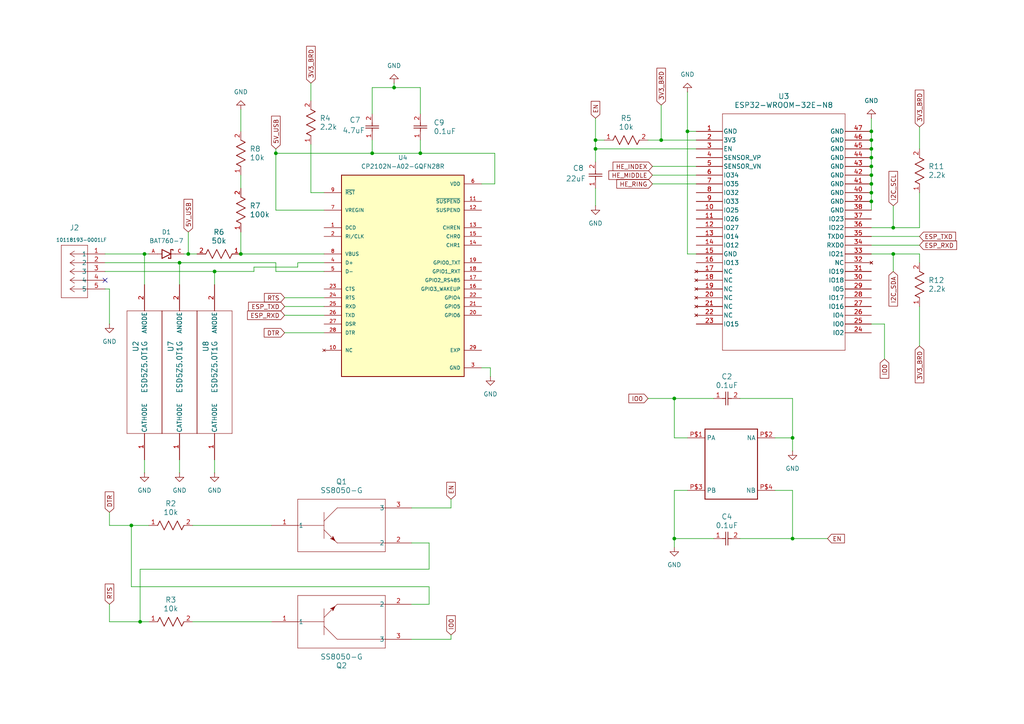
<source format=kicad_sch>
(kicad_sch (version 20231120) (generator "eeschema") (generator_version "8.0")
  (paper "A4")
  (title_block (title "ESP32_Setup") (date "2024-05-16") (rev "1") (company "York College of Pennsylvania"))
  (lib_symbols
    (symbol "Symbol_Library:0402Cap" (pin_names (offset 0.254))
      (property "Reference" "C" (at 3.81 3.81 0))
      (property "Value" "GRM155R71C104KA88J" (at 3.81 -3.81 0))
      (symbol "0402Cap_1_1"
        (polyline (pts (xy 2.54 0) (xy 3.4798 0)) (stroke (width 0.2032)))
        (polyline (pts (xy 3.4798 -1.905) (xy 3.4798 1.905)) (stroke (width 0.2032)))
        (polyline (pts (xy 4.1148 -1.905) (xy 4.1148 1.905)) (stroke (width 0.2032)))
        (polyline (pts (xy 4.1148 0) (xy 5.08 0)) (stroke (width 0.2032)))
        (pin unspecified line (at 0 0 0) (length 2.54) (name "") (number "1"))
        (pin unspecified line (at 7.62 0 180) (length 2.54) (name "") (number "2"))
      )
      (symbol "0402Cap_1_2"
        (polyline (pts (xy -1.905 -4.1148) (xy 1.905 -4.1148)) (stroke (width 0.2032)))
        (polyline (pts (xy -1.905 -3.4798) (xy 1.905 -3.4798)) (stroke (width 0.2032)))
        (polyline (pts (xy 0 -4.1148) (xy 0 -5.08)) (stroke (width 0.2032)))
        (polyline (pts (xy 0 -2.54) (xy 0 -3.4798)) (stroke (width 0.2032)))
        (pin unspecified line (at 0 0 270) (length 2.54) (name "") (number "1"))
        (pin unspecified line (at 0 -7.62 90) (length 2.54) (name "") (number "2"))
      )
    )
    (symbol "Symbol_Library:0603Cap" (pin_names (offset 0.254))
      (property "Reference" "C" (at 3.81 3.81 0))
      (property "Value" "0603Cap" (at 3.81 -3.81 0))
      (symbol "0603Cap_1_1"
        (polyline (pts (xy 2.54 0) (xy 3.4798 0)) (stroke (width 0.2032)))
        (polyline (pts (xy 3.4798 -1.905) (xy 3.4798 1.905)) (stroke (width 0.2032)))
        (polyline (pts (xy 4.1148 -1.905) (xy 4.1148 1.905)) (stroke (width 0.2032)))
        (polyline (pts (xy 4.1148 0) (xy 5.08 0)) (stroke (width 0.2032)))
        (pin unspecified line (at 0 0 0) (length 2.54) (name "") (number "1"))
        (pin unspecified line (at 7.62 0 180) (length 2.54) (name "") (number "2"))
      )
      (symbol "0603Cap_1_2"
        (polyline (pts (xy -1.905 -4.1148) (xy 1.905 -4.1148)) (stroke (width 0.2032)))
        (polyline (pts (xy -1.905 -3.4798) (xy 1.905 -3.4798)) (stroke (width 0.2032)))
        (polyline (pts (xy 0 -4.1148) (xy 0 -5.08)) (stroke (width 0.2032)))
        (polyline (pts (xy 0 -2.54) (xy 0 -3.4798)) (stroke (width 0.2032)))
        (pin unspecified line (at 0 0 270) (length 2.54) (name "") (number "1"))
        (pin unspecified line (at 0 -7.62 90) (length 2.54) (name "") (number "2"))
      )
    )
    (symbol "Symbol_Library:10118193-0001LF" (pin_names (offset 0.254))
      (property "Reference" "J" (at 8.89 6.35 0))
      (property "Value" "10118193-0001LF" (at 0.254 -18.796 0))
      (symbol "10118193-0001LF_1_1"
        (polyline (pts (xy 5.08 -12.7) (xy 12.7 -12.7)) (stroke (width 0.127)))
        (polyline (pts (xy 5.08 2.54) (xy 5.08 -12.7)) (stroke (width 0.127)))
        (polyline (pts (xy 10.16 -10.16) (xy 5.08 -10.16)) (stroke (width 0.127)))
        (polyline (pts (xy 10.16 -10.16) (xy 8.89 -11.0067)) (stroke (width 0.127)))
        (polyline (pts (xy 10.16 -10.16) (xy 8.89 -9.3133)) (stroke (width 0.127)))
        (polyline (pts (xy 10.16 -7.62) (xy 5.08 -7.62)) (stroke (width 0.127)))
        (polyline (pts (xy 10.16 -7.62) (xy 8.89 -8.4667)) (stroke (width 0.127)))
        (polyline (pts (xy 10.16 -7.62) (xy 8.89 -6.7733)) (stroke (width 0.127)))
        (polyline (pts (xy 10.16 -5.08) (xy 5.08 -5.08)) (stroke (width 0.127)))
        (polyline (pts (xy 10.16 -5.08) (xy 8.89 -5.9267)) (stroke (width 0.127)))
        (polyline (pts (xy 10.16 -5.08) (xy 8.89 -4.2333)) (stroke (width 0.127)))
        (polyline (pts (xy 10.16 -2.54) (xy 5.08 -2.54)) (stroke (width 0.127)))
        (polyline (pts (xy 10.16 -2.54) (xy 8.89 -3.3867)) (stroke (width 0.127)))
        (polyline (pts (xy 10.16 -2.54) (xy 8.89 -1.6933)) (stroke (width 0.127)))
        (polyline (pts (xy 10.16 0) (xy 5.08 0)) (stroke (width 0.127)))
        (polyline (pts (xy 10.16 0) (xy 8.89 -0.8467)) (stroke (width 0.127)))
        (polyline (pts (xy 10.16 0) (xy 8.89 0.8467)) (stroke (width 0.127)))
        (polyline (pts (xy 12.7 -12.7) (xy 12.7 2.54)) (stroke (width 0.127)))
        (polyline (pts (xy 12.7 2.54) (xy 5.08 2.54)) (stroke (width 0.127)))
        (pin unspecified line (at 0 0 0) (length 5.08) (name "1") (number "1"))
        (pin unspecified line (at 0 -2.54 0) (length 5.08) (name "2") (number "2"))
        (pin unspecified line (at 0 -5.08 0) (length 5.08) (name "3") (number "3"))
        (pin unspecified line (at 0 -7.62 0) (length 5.08) (name "4") (number "4"))
        (pin unspecified line (at 0 -10.16 0) (length 5.08) (name "5") (number "5"))
      )
      (symbol "10118193-0001LF_1_2"
        (polyline (pts (xy 5.08 -12.7) (xy 12.7 -12.7)) (stroke (width 0.127)))
        (polyline (pts (xy 5.08 2.54) (xy 5.08 -12.7)) (stroke (width 0.127)))
        (polyline (pts (xy 7.62 -10.16) (xy 5.08 -10.16)) (stroke (width 0.127)))
        (polyline (pts (xy 7.62 -10.16) (xy 8.89 -11.0067)) (stroke (width 0.127)))
        (polyline (pts (xy 7.62 -10.16) (xy 8.89 -9.3133)) (stroke (width 0.127)))
        (polyline (pts (xy 7.62 -7.62) (xy 5.08 -7.62)) (stroke (width 0.127)))
        (polyline (pts (xy 7.62 -7.62) (xy 8.89 -8.4667)) (stroke (width 0.127)))
        (polyline (pts (xy 7.62 -7.62) (xy 8.89 -6.7733)) (stroke (width 0.127)))
        (polyline (pts (xy 7.62 -5.08) (xy 5.08 -5.08)) (stroke (width 0.127)))
        (polyline (pts (xy 7.62 -5.08) (xy 8.89 -5.9267)) (stroke (width 0.127)))
        (polyline (pts (xy 7.62 -5.08) (xy 8.89 -4.2333)) (stroke (width 0.127)))
        (polyline (pts (xy 7.62 -2.54) (xy 5.08 -2.54)) (stroke (width 0.127)))
        (polyline (pts (xy 7.62 -2.54) (xy 8.89 -3.3867)) (stroke (width 0.127)))
        (polyline (pts (xy 7.62 -2.54) (xy 8.89 -1.6933)) (stroke (width 0.127)))
        (polyline (pts (xy 7.62 0) (xy 5.08 0)) (stroke (width 0.127)))
        (polyline (pts (xy 7.62 0) (xy 8.89 -0.8467)) (stroke (width 0.127)))
        (polyline (pts (xy 7.62 0) (xy 8.89 0.8467)) (stroke (width 0.127)))
        (polyline (pts (xy 12.7 -12.7) (xy 12.7 2.54)) (stroke (width 0.127)))
        (polyline (pts (xy 12.7 2.54) (xy 5.08 2.54)) (stroke (width 0.127)))
        (pin unspecified line (at 0 0 0) (length 5.08) (name "1") (number "1"))
        (pin unspecified line (at 0 -2.54 0) (length 5.08) (name "2") (number "2"))
        (pin unspecified line (at 0 -5.08 0) (length 5.08) (name "3") (number "3"))
        (pin unspecified line (at 0 -7.62 0) (length 5.08) (name "4") (number "4"))
        (pin unspecified line (at 0 -10.16 0) (length 5.08) (name "5") (number "5"))
      )
    )
    (symbol "Symbol_Library:219-2LPST"
      (symbol "219-2LPST_1_0"
        (polyline (pts (xy -7.62 -10.16) (xy -7.62 10.16)) (stroke (width 0.254)))
        (polyline (pts (xy -7.62 10.16) (xy 7.62 10.16)) (stroke (width 0.254)))
        (polyline (pts (xy 7.62 -10.16) (xy -7.62 -10.16)) (stroke (width 0.254)))
        (polyline (pts (xy 7.62 10.16) (xy 7.62 -10.16)) (stroke (width 0.254)))
        (pin bidirectional line (at -12.7 7.62 0) (length 5.08) (name "PA") (number "P$1"))
        (pin bidirectional line (at 12.7 7.62 180) (length 5.08) (name "NA") (number "P$2"))
        (pin bidirectional line (at -12.7 -7.62 0) (length 5.08) (name "PB") (number "P$3"))
        (pin bidirectional line (at 12.7 -7.62 180) (length 5.08) (name "NB") (number "P$4"))
      )
    )
    (symbol "Symbol_Library:BAT760-7" (pin_names (offset 1.016))
      (property "Reference" "D" (at -5.08 2.54 0))
      (property "Value" "BAT760-7" (at -5.08 -3.81 0))
      (symbol "BAT760-7_0_0"
        (polyline (pts (xy -2.54 0) (xy -1.27 0)) (stroke (width 0.1524)))
        (polyline (pts (xy -1.27 -1.27) (xy 1.27 0)) (stroke (width 0.254)))
        (polyline (pts (xy -1.27 0) (xy -1.27 -1.27)) (stroke (width 0.254)))
        (polyline (pts (xy -1.27 1.27) (xy -1.27 0)) (stroke (width 0.254)))
        (polyline (pts (xy 0.635 -1.016) (xy 0.635 -1.27)) (stroke (width 0.254)))
        (polyline (pts (xy 1.27 -1.27) (xy 0.635 -1.27)) (stroke (width 0.254)))
        (polyline (pts (xy 1.27 0) (xy -1.27 1.27)) (stroke (width 0.254)))
        (polyline (pts (xy 1.27 0) (xy 1.27 -1.27)) (stroke (width 0.254)))
        (polyline (pts (xy 1.27 1.27) (xy 1.27 0)) (stroke (width 0.254)))
        (polyline (pts (xy 1.905 1.27) (xy 1.27 1.27)) (stroke (width 0.254)))
        (polyline (pts (xy 1.905 1.27) (xy 1.905 1.016)) (stroke (width 0.254)))
        (polyline (pts (xy 2.54 0) (xy 1.27 0)) (stroke (width 0.1524)))
        (pin passive line (at -5.08 0 0) (length 2.54) (name "~") (number "A"))
        (pin passive line (at 5.08 0 180) (length 2.54) (name "~") (number "C"))
      )
    )
    (symbol "Symbol_Library:CP2102N-A02-GQFN28R" (pin_names (offset 1.016))
      (property "Reference" "U" (at -17.78 28.702 0))
      (property "Value" "CP2102N-A02-GQFN28R" (at -17.78 -33.02 0))
      (symbol "CP2102N-A02-GQFN28R_0_0"
        (rectangle (start -17.78 -30.48) (end 17.78 27.94) (stroke (width 0.254)) (fill (type background)))
        (pin input line (at -22.86 12.7 0) (length 5.08) (name "DCD") (number "1"))
        (pin no_connect line (at -22.86 -22.86 0) (length 5.08) (name "NC") (number "10"))
        (pin output line (at 22.86 20.32 180) (length 5.08) (name "~{SUSPEND}") (number "11"))
        (pin output line (at 22.86 17.78 180) (length 5.08) (name "SUSPEND") (number "12"))
        (pin output line (at 22.86 12.7 180) (length 5.08) (name "CHREN") (number "13"))
        (pin output line (at 22.86 7.62 180) (length 5.08) (name "CHR1") (number "14"))
        (pin output line (at 22.86 10.16 180) (length 5.08) (name "CHR0") (number "15"))
        (pin bidirectional line (at 22.86 -5.08 180) (length 5.08) (name "GPIO3_WAKEUP") (number "16"))
        (pin bidirectional line (at 22.86 -2.54 180) (length 5.08) (name "GPIO2_RS485") (number "17"))
        (pin bidirectional line (at 22.86 0 180) (length 5.08) (name "GPIO1_RXT") (number "18"))
        (pin bidirectional line (at 22.86 2.54 180) (length 5.08) (name "GPIO0_TXT") (number "19"))
        (pin bidirectional line (at -22.86 10.16 0) (length 5.08) (name "RI/CLK") (number "2"))
        (pin bidirectional line (at 22.86 -12.7 180) (length 5.08) (name "GPIO6") (number "20"))
        (pin bidirectional line (at 22.86 -10.16 180) (length 5.08) (name "GPIO5") (number "21"))
        (pin bidirectional line (at 22.86 -7.62 180) (length 5.08) (name "GPIO4") (number "22"))
        (pin input line (at -22.86 -5.08 0) (length 5.08) (name "CTS") (number "23"))
        (pin output line (at -22.86 -7.62 0) (length 5.08) (name "RTS") (number "24"))
        (pin input line (at -22.86 -10.16 0) (length 5.08) (name "RXD") (number "25"))
        (pin output line (at -22.86 -12.7 0) (length 5.08) (name "TXD") (number "26"))
        (pin input line (at -22.86 -15.24 0) (length 5.08) (name "DSR") (number "27"))
        (pin output line (at -22.86 -17.78 0) (length 5.08) (name "DTR") (number "28"))
        (pin power_in line (at 22.86 -22.86 180) (length 5.08) (name "EXP") (number "29"))
        (pin power_in line (at 22.86 -27.94 180) (length 5.08) (name "GND") (number "3"))
        (pin bidirectional line (at -22.86 2.54 0) (length 5.08) (name "D+") (number "4"))
        (pin bidirectional line (at -22.86 0 0) (length 5.08) (name "D-") (number "5"))
        (pin power_in line (at 22.86 25.4 180) (length 5.08) (name "VDD") (number "6"))
        (pin input line (at -22.86 17.78 0) (length 5.08) (name "VREGIN") (number "7"))
        (pin input line (at -22.86 5.08 0) (length 5.08) (name "VBUS") (number "8"))
        (pin input line (at -22.86 22.86 0) (length 5.08) (name "~{RST}") (number "9"))
      )
    )
    (symbol "Symbol_Library:ESD5Z5.0T1G" (pin_names (offset 0.254))
      (property "Reference" "U" (at 25.4 10.16 0))
      (property "Value" "ESD5Z5.0T1G" (at 25.4 7.62 0))
      (symbol "ESD5Z5.0T1G_0_1"
        (polyline (pts (xy 7.62 -5.08) (xy 43.18 -5.08)) (stroke (width 0.127)))
        (polyline (pts (xy 7.62 5.08) (xy 7.62 -5.08)) (stroke (width 0.127)))
        (polyline (pts (xy 43.18 -5.08) (xy 43.18 5.08)) (stroke (width 0.127)))
        (polyline (pts (xy 43.18 5.08) (xy 7.62 5.08)) (stroke (width 0.127)))
        (pin unspecified line (at 0 0 0) (length 7.62) (name "CATHODE") (number "1"))
        (pin unspecified line (at 50.8 0 180) (length 7.62) (name "ANODE") (number "2"))
      )
    )
    (symbol "Symbol_Library:ESP32-WROOM-32E-N8" (pin_names (offset 0.254))
      (property "Reference" "U" (at 25.4 10.16 0))
      (property "Value" "ESP32-WROOM-32E-N8" (at 25.4 7.62 0))
      (symbol "ESP32-WROOM-32E-N8_0_1"
        (polyline (pts (xy 7.62 -63.5) (xy 43.18 -63.5)) (stroke (width 0.127)))
        (polyline (pts (xy 7.62 5.08) (xy 7.62 -63.5)) (stroke (width 0.127)))
        (polyline (pts (xy 43.18 -63.5) (xy 43.18 5.08)) (stroke (width 0.127)))
        (polyline (pts (xy 43.18 5.08) (xy 7.62 5.08)) (stroke (width 0.127)))
        (pin power_out line (at 0 0 0) (length 7.62) (name "GND") (number "1"))
        (pin bidirectional line (at 0 -22.86 0) (length 7.62) (name "IO25") (number "10"))
        (pin bidirectional line (at 0 -25.4 0) (length 7.62) (name "IO26") (number "11"))
        (pin bidirectional line (at 0 -27.94 0) (length 7.62) (name "IO27") (number "12"))
        (pin bidirectional line (at 0 -30.48 0) (length 7.62) (name "IO14") (number "13"))
        (pin bidirectional line (at 0 -33.02 0) (length 7.62) (name "IO12") (number "14"))
        (pin power_out line (at 0 -35.56 0) (length 7.62) (name "GND") (number "15"))
        (pin bidirectional line (at 0 -38.1 0) (length 7.62) (name "IO13") (number "16"))
        (pin no_connect line (at 0 -40.64 0) (length 7.62) (name "NC") (number "17"))
        (pin no_connect line (at 0 -43.18 0) (length 7.62) (name "NC") (number "18"))
        (pin no_connect line (at 0 -45.72 0) (length 7.62) (name "NC") (number "19"))
        (pin power_in line (at 0 -2.54 0) (length 7.62) (name "3V3") (number "2"))
        (pin no_connect line (at 0 -48.26 0) (length 7.62) (name "NC") (number "20"))
        (pin no_connect line (at 0 -50.8 0) (length 7.62) (name "NC") (number "21"))
        (pin no_connect line (at 0 -53.34 0) (length 7.62) (name "NC") (number "22"))
        (pin bidirectional line (at 0 -55.88 0) (length 7.62) (name "IO15") (number "23"))
        (pin bidirectional line (at 50.8 -58.42 180) (length 7.62) (name "IO2") (number "24"))
        (pin bidirectional line (at 50.8 -55.88 180) (length 7.62) (name "IO0") (number "25"))
        (pin bidirectional line (at 50.8 -53.34 180) (length 7.62) (name "IO4") (number "26"))
        (pin bidirectional line (at 50.8 -50.8 180) (length 7.62) (name "IO16") (number "27"))
        (pin bidirectional line (at 50.8 -48.26 180) (length 7.62) (name "IO17") (number "28"))
        (pin bidirectional line (at 50.8 -45.72 180) (length 7.62) (name "IO5") (number "29"))
        (pin input line (at 0 -5.08 0) (length 7.62) (name "EN") (number "3"))
        (pin bidirectional line (at 50.8 -43.18 180) (length 7.62) (name "IO18") (number "30"))
        (pin bidirectional line (at 50.8 -40.64 180) (length 7.62) (name "IO19") (number "31"))
        (pin no_connect line (at 50.8 -38.1 180) (length 7.62) (name "NC") (number "32"))
        (pin bidirectional line (at 50.8 -35.56 180) (length 7.62) (name "IO21") (number "33"))
        (pin bidirectional line (at 50.8 -33.02 180) (length 7.62) (name "RXD0") (number "34"))
        (pin bidirectional line (at 50.8 -30.48 180) (length 7.62) (name "TXD0") (number "35"))
        (pin bidirectional line (at 50.8 -27.94 180) (length 7.62) (name "IO22") (number "36"))
        (pin bidirectional line (at 50.8 -25.4 180) (length 7.62) (name "IO23") (number "37"))
        (pin power_out line (at 50.8 -22.86 180) (length 7.62) (name "GND") (number "38"))
        (pin power_out line (at 50.8 -20.32 180) (length 7.62) (name "GND") (number "39"))
        (pin input line (at 0 -7.62 0) (length 7.62) (name "SENSOR_VP") (number "4"))
        (pin power_out line (at 50.8 -17.78 180) (length 7.62) (name "GND") (number "40"))
        (pin power_out line (at 50.8 -15.24 180) (length 7.62) (name "GND") (number "41"))
        (pin power_out line (at 50.8 -12.7 180) (length 7.62) (name "GND") (number "42"))
        (pin power_out line (at 50.8 -10.16 180) (length 7.62) (name "GND") (number "43"))
        (pin power_out line (at 50.8 -7.62 180) (length 7.62) (name "GND") (number "44"))
        (pin power_out line (at 50.8 -5.08 180) (length 7.62) (name "GND") (number "45"))
        (pin power_out line (at 50.8 -2.54 180) (length 7.62) (name "GND") (number "46"))
        (pin power_out line (at 50.8 0 180) (length 7.62) (name "GND") (number "47"))
        (pin input line (at 0 -10.16 0) (length 7.62) (name "SENSOR_VN") (number "5"))
        (pin input line (at 0 -12.7 0) (length 7.62) (name "IO34") (number "6"))
        (pin input line (at 0 -15.24 0) (length 7.62) (name "IO35") (number "7"))
        (pin bidirectional line (at 0 -17.78 0) (length 7.62) (name "IO32") (number "8"))
        (pin bidirectional line (at 0 -20.32 0) (length 7.62) (name "IO33") (number "9"))
      )
    )
    (symbol "Symbol_Library:RC0402JR-0710KL" (pin_names (offset 0.254))
      (property "Reference" "R" (at 5.715 3.81 0))
      (property "Value" "RC0402JR-0710KL" (at 6.35 -3.81 0))
      (symbol "RC0402JR-0710KL_1_1"
        (polyline (pts (xy 2.54 0) (xy 3.175 1.27)) (stroke (width 0.2032)))
        (polyline (pts (xy 3.175 1.27) (xy 4.445 -1.27)) (stroke (width 0.2032)))
        (polyline (pts (xy 4.445 -1.27) (xy 5.715 1.27)) (stroke (width 0.2032)))
        (polyline (pts (xy 5.715 1.27) (xy 6.985 -1.27)) (stroke (width 0.2032)))
        (polyline (pts (xy 6.985 -1.27) (xy 8.255 1.27)) (stroke (width 0.2032)))
        (polyline (pts (xy 8.255 1.27) (xy 9.525 -1.27)) (stroke (width 0.2032)))
        (polyline (pts (xy 9.525 -1.27) (xy 10.16 0)) (stroke (width 0.2032)))
        (pin unspecified line (at 12.7 0 180) (length 2.54) (name "") (number "1"))
        (pin unspecified line (at 0 0 0) (length 2.54) (name "") (number "2"))
      )
      (symbol "RC0402JR-0710KL_1_2"
        (polyline (pts (xy -1.27 3.175) (xy 1.27 4.445)) (stroke (width 0.2032)))
        (polyline (pts (xy -1.27 5.715) (xy 1.27 6.985)) (stroke (width 0.2032)))
        (polyline (pts (xy -1.27 8.255) (xy 1.27 9.525)) (stroke (width 0.2032)))
        (polyline (pts (xy 0 2.54) (xy -1.27 3.175)) (stroke (width 0.2032)))
        (polyline (pts (xy 1.27 4.445) (xy -1.27 5.715)) (stroke (width 0.2032)))
        (polyline (pts (xy 1.27 6.985) (xy -1.27 8.255)) (stroke (width 0.2032)))
        (polyline (pts (xy 1.27 9.525) (xy 0 10.16)) (stroke (width 0.2032)))
        (pin unspecified line (at 0 12.7 270) (length 2.54) (name "") (number "1"))
        (pin unspecified line (at 0 0 90) (length 2.54) (name "") (number "2"))
      )
    )
    (symbol "Symbol_Library:SS8050-G" (pin_names (offset 0.254))
      (property "Reference" "Q" (at 20.32 12.7 0))
      (property "Value" "SS8050-G" (at 20.32 10.16 0))
      (symbol "SS8050-G_0_1"
        (polyline (pts (xy 7.62 -7.62) (xy 33.02 -7.62)) (stroke (width 0.127)))
        (polyline (pts (xy 7.62 0) (xy 15.24 0)) (stroke (width 0.127)))
        (polyline (pts (xy 7.62 7.62) (xy 7.62 -7.62)) (stroke (width 0.127)))
        (polyline (pts (xy 15.24 -1.27) (xy 17.78 -3.81)) (stroke (width 0.127)))
        (polyline (pts (xy 15.24 1.27) (xy 19.05 5.08)) (stroke (width 0.127)))
        (polyline (pts (xy 15.24 3.81) (xy 15.24 -3.81)) (stroke (width 0.127)))
        (polyline (pts (xy 17.145 -3.81) (xy 18.415 -4.445)) (stroke (width 0.127)))
        (polyline (pts (xy 17.78 -3.81) (xy 17.145 -3.81)) (stroke (width 0.127)))
        (polyline (pts (xy 17.78 -3.175) (xy 17.78 -3.81)) (stroke (width 0.127)))
        (polyline (pts (xy 18.415 -4.445) (xy 17.78 -3.175)) (stroke (width 0.127)))
        (polyline (pts (xy 18.415 -4.445) (xy 19.05 -5.08)) (stroke (width 0.127)))
        (polyline (pts (xy 19.05 -5.08) (xy 33.02 -5.08)) (stroke (width 0.127)))
        (polyline (pts (xy 19.05 5.08) (xy 33.02 5.08)) (stroke (width 0.127)))
        (polyline (pts (xy 33.02 -7.62) (xy 33.02 7.62)) (stroke (width 0.127)))
        (polyline (pts (xy 33.02 7.62) (xy 7.62 7.62)) (stroke (width 0.127)))
        (polyline (pts (xy 17.145 -3.81) (xy 17.78 -3.81) (xy 17.78 -3.175) (xy 18.415 -4.445)) (fill (type outline)))
        (pin unspecified line (at 0 0 0) (length 7.62) (name "1") (number "1"))
        (pin unspecified line (at 40.64 -5.08 180) (length 7.62) (name "2") (number "2"))
        (pin unspecified line (at 40.64 5.08 180) (length 7.62) (name "3") (number "3"))
      )
    )
    (symbol "power:GND" (power) (pin_numbers hide) (pin_names (offset 0) hide)
      (property "Value" "GND" (at 0 -3.81 0))
      (symbol "GND_0_1"
        (polyline (pts (xy 0 0) (xy 0 -1.27) (xy 1.27 -1.27) (xy 0 -2.54) (xy -1.27 -1.27) (xy 0 -1.27)))
      )
      (symbol "GND_1_1"
        (pin power_in line (at 0 0 270) (length 0) (name "~") (number "1"))
      )
    )
  )
  (junction (at 38.1 152.4))
  (junction (at 252.73 55.88))
  (junction (at 191.77 40.64))
  (junction (at 252.73 53.34))
  (junction (at 229.87 127))
  (junction (at 107.95 44.45))
  (junction (at 252.73 58.42))
  (junction (at 69.85 73.66))
  (junction (at 199.39 38.1))
  (junction (at 195.58 115.57))
  (junction (at 41.91 73.66))
  (junction (at 80.01 44.45))
  (junction (at 54.61 73.66))
  (junction (at 252.73 45.72))
  (junction (at 121.92 44.45))
  (junction (at 252.73 38.1))
  (junction (at 62.23 78.74))
  (junction (at 52.07 76.2))
  (junction (at 252.73 40.64))
  (junction (at 259.08 66.04))
  (junction (at 252.73 48.26))
  (junction (at 259.08 73.66))
  (junction (at 114.3 25.4))
  (junction (at 252.73 50.8))
  (junction (at 40.64 180.34))
  (junction (at 172.72 40.64))
  (junction (at 229.87 156.21))
  (junction (at 252.73 43.18))
  (junction (at 195.58 156.21))
  (junction (at 172.72 43.18))
  (no_connect (at 30.48 81.28))
  (wire (pts (xy 187.96 40.64) (xy 191.77 40.64)))
  (wire (pts (xy 86.36 76.2) (xy 86.36 77.47)))
  (wire (pts (xy 252.73 58.42) (xy 252.73 60.96)))
  (wire (pts (xy 107.95 40.64) (xy 107.95 44.45)))
  (wire (pts (xy 80.01 76.2) (xy 80.01 78.74)))
  (wire (pts (xy 252.73 71.12) (xy 266.7 71.12)))
  (wire (pts (xy 62.23 78.74) (xy 30.48 78.74)))
  (wire (pts (xy 55.88 152.4) (xy 78.74 152.4)))
  (wire (pts (xy 93.98 60.96) (xy 80.01 60.96)))
  (wire (pts (xy 53.34 73.66) (xy 54.61 73.66)))
  (wire (pts (xy 139.7 106.68) (xy 142.24 106.68)))
  (wire (pts (xy 259.08 66.04) (xy 266.7 66.04)))
  (wire (pts (xy 62.23 78.74) (xy 62.23 82.55)))
  (wire (pts (xy 189.23 53.34) (xy 201.93 53.34)))
  (wire (pts (xy 119.38 147.32) (xy 130.81 147.32)))
  (wire (pts (xy 266.7 73.66) (xy 266.7 76.2)))
  (wire (pts (xy 130.81 144.78) (xy 130.81 147.32)))
  (wire (pts (xy 121.92 25.4) (xy 121.92 33.02)))
  (wire (pts (xy 54.61 67.31) (xy 54.61 73.66)))
  (wire (pts (xy 114.3 25.4) (xy 114.3 24.13)))
  (wire (pts (xy 252.73 38.1) (xy 252.73 40.64)))
  (wire (pts (xy 201.93 73.66) (xy 199.39 73.66)))
  (wire (pts (xy 187.96 115.57) (xy 195.58 115.57)))
  (wire (pts (xy 229.87 156.21) (xy 214.63 156.21)))
  (wire (pts (xy 119.38 175.26) (xy 124.46 175.26)))
  (wire (pts (xy 195.58 156.21) (xy 207.01 156.21)))
  (wire (pts (xy 40.64 165.1) (xy 40.64 180.34)))
  (wire (pts (xy 73.66 77.47) (xy 73.66 78.74)))
  (wire (pts (xy 252.73 73.66) (xy 259.08 73.66)))
  (wire (pts (xy 121.92 40.64) (xy 121.92 44.45)))
  (wire (pts (xy 38.1 170.18) (xy 38.1 152.4)))
  (wire (pts (xy 107.95 33.02) (xy 107.95 25.4)))
  (wire (pts (xy 31.75 148.59) (xy 31.75 152.4)))
  (wire (pts (xy 41.91 73.66) (xy 41.91 82.55)))
  (wire (pts (xy 143.51 53.34) (xy 139.7 53.34)))
  (wire (pts (xy 189.23 50.8) (xy 201.93 50.8)))
  (wire (pts (xy 90.17 55.88) (xy 93.98 55.88)))
  (wire (pts (xy 107.95 44.45) (xy 121.92 44.45)))
  (wire (pts (xy 142.24 106.68) (xy 142.24 109.22)))
  (wire (pts (xy 252.73 45.72) (xy 252.73 48.26)))
  (wire (pts (xy 195.58 127) (xy 199.39 127)))
  (wire (pts (xy 119.38 157.48) (xy 124.46 157.48)))
  (wire (pts (xy 90.17 24.13) (xy 90.17 29.21)))
  (wire (pts (xy 130.81 184.15) (xy 130.81 185.42)))
  (wire (pts (xy 266.7 36.83) (xy 266.7 43.18)))
  (wire (pts (xy 121.92 44.45) (xy 143.51 44.45)))
  (wire (pts (xy 55.88 180.34) (xy 78.74 180.34)))
  (wire (pts (xy 259.08 59.69) (xy 259.08 66.04)))
  (wire (pts (xy 31.75 180.34) (xy 40.64 180.34)))
  (wire (pts (xy 41.91 73.66) (xy 43.18 73.66)))
  (wire (pts (xy 266.7 88.9) (xy 266.7 100.33)))
  (wire (pts (xy 52.07 133.35) (xy 52.07 137.16)))
  (wire (pts (xy 30.48 73.66) (xy 41.91 73.66)))
  (wire (pts (xy 229.87 142.24) (xy 229.87 156.21)))
  (wire (pts (xy 52.07 76.2) (xy 52.07 82.55)))
  (wire (pts (xy 252.73 34.29) (xy 252.73 38.1)))
  (wire (pts (xy 172.72 40.64) (xy 172.72 43.18)))
  (wire (pts (xy 199.39 38.1) (xy 199.39 73.66)))
  (wire (pts (xy 119.38 185.42) (xy 130.81 185.42)))
  (wire (pts (xy 229.87 115.57) (xy 229.87 127)))
  (wire (pts (xy 252.73 93.98) (xy 256.54 93.98)))
  (wire (pts (xy 214.63 115.57) (xy 229.87 115.57)))
  (wire (pts (xy 252.73 55.88) (xy 252.73 58.42)))
  (wire (pts (xy 195.58 142.24) (xy 195.58 156.21)))
  (wire (pts (xy 191.77 40.64) (xy 201.93 40.64)))
  (wire (pts (xy 195.58 115.57) (xy 195.58 127)))
  (wire (pts (xy 229.87 127) (xy 229.87 130.81)))
  (wire (pts (xy 93.98 76.2) (xy 86.36 76.2)))
  (wire (pts (xy 252.73 43.18) (xy 252.73 45.72)))
  (wire (pts (xy 31.75 83.82) (xy 30.48 83.82)))
  (wire (pts (xy 256.54 93.98) (xy 256.54 104.14)))
  (wire (pts (xy 252.73 53.34) (xy 252.73 55.88)))
  (wire (pts (xy 31.75 152.4) (xy 38.1 152.4)))
  (wire (pts (xy 93.98 96.52) (xy 82.55 96.52)))
  (wire (pts (xy 252.73 50.8) (xy 252.73 53.34)))
  (wire (pts (xy 252.73 40.64) (xy 252.73 43.18)))
  (wire (pts (xy 31.75 175.26) (xy 31.75 180.34)))
  (wire (pts (xy 114.3 25.4) (xy 121.92 25.4)))
  (wire (pts (xy 40.64 180.34) (xy 43.18 180.34)))
  (wire (pts (xy 62.23 133.35) (xy 62.23 137.16)))
  (wire (pts (xy 191.77 30.48) (xy 191.77 40.64)))
  (wire (pts (xy 82.55 91.44) (xy 93.98 91.44)))
  (wire (pts (xy 69.85 50.8) (xy 69.85 54.61)))
  (wire (pts (xy 38.1 152.4) (xy 43.18 152.4)))
  (wire (pts (xy 252.73 68.58) (xy 266.7 68.58)))
  (wire (pts (xy 224.79 142.24) (xy 229.87 142.24)))
  (wire (pts (xy 69.85 31.75) (xy 69.85 38.1)))
  (wire (pts (xy 199.39 142.24) (xy 195.58 142.24)))
  (wire (pts (xy 86.36 77.47) (xy 73.66 77.47)))
  (wire (pts (xy 229.87 156.21) (xy 240.03 156.21)))
  (wire (pts (xy 124.46 175.26) (xy 124.46 170.18)))
  (wire (pts (xy 82.55 88.9) (xy 93.98 88.9)))
  (wire (pts (xy 199.39 26.67) (xy 199.39 38.1)))
  (wire (pts (xy 207.01 115.57) (xy 195.58 115.57)))
  (wire (pts (xy 54.61 73.66) (xy 57.15 73.66)))
  (wire (pts (xy 143.51 44.45) (xy 143.51 53.34)))
  (wire (pts (xy 69.85 67.31) (xy 69.85 73.66)))
  (wire (pts (xy 175.26 40.64) (xy 172.72 40.64)))
  (wire (pts (xy 252.73 66.04) (xy 259.08 66.04)))
  (wire (pts (xy 90.17 41.91) (xy 90.17 55.88)))
  (wire (pts (xy 259.08 73.66) (xy 259.08 78.74)))
  (wire (pts (xy 189.23 48.26) (xy 201.93 48.26)))
  (wire (pts (xy 172.72 54.61) (xy 172.72 59.69)))
  (wire (pts (xy 30.48 76.2) (xy 52.07 76.2)))
  (wire (pts (xy 172.72 43.18) (xy 172.72 46.99)))
  (wire (pts (xy 199.39 38.1) (xy 201.93 38.1)))
  (wire (pts (xy 124.46 157.48) (xy 124.46 165.1)))
  (wire (pts (xy 195.58 156.21) (xy 195.58 158.75)))
  (wire (pts (xy 124.46 170.18) (xy 38.1 170.18)))
  (wire (pts (xy 229.87 127) (xy 224.79 127)))
  (wire (pts (xy 259.08 73.66) (xy 266.7 73.66)))
  (wire (pts (xy 80.01 44.45) (xy 107.95 44.45)))
  (wire (pts (xy 31.75 83.82) (xy 31.75 93.98)))
  (wire (pts (xy 107.95 25.4) (xy 114.3 25.4)))
  (wire (pts (xy 69.85 73.66) (xy 93.98 73.66)))
  (wire (pts (xy 172.72 43.18) (xy 201.93 43.18)))
  (wire (pts (xy 252.73 48.26) (xy 252.73 50.8)))
  (wire (pts (xy 82.55 86.36) (xy 93.98 86.36)))
  (wire (pts (xy 80.01 44.45) (xy 80.01 43.18)))
  (wire (pts (xy 52.07 76.2) (xy 80.01 76.2)))
  (wire (pts (xy 80.01 78.74) (xy 93.98 78.74)))
  (wire (pts (xy 73.66 78.74) (xy 62.23 78.74)))
  (wire (pts (xy 266.7 55.88) (xy 266.7 66.04)))
  (wire (pts (xy 41.91 133.35) (xy 41.91 137.16)))
  (wire (pts (xy 124.46 165.1) (xy 40.64 165.1)))
  (wire (pts (xy 80.01 44.45) (xy 80.01 60.96)))
  (wire (pts (xy 172.72 34.29) (xy 172.72 40.64)))
  (global_label "I2C_SCL" (shape input) (at 259.08 59.69 90) (property "Intersheetrefs" "${INTERSHEET_REFS}" (effects (hide yes))))
  (global_label "ESP_TXD" (shape input) (at 82.55 88.9 180) (property "Intersheetrefs" "${INTERSHEET_REFS}" (effects (hide yes))))
  (global_label "5V_USB" (shape input) (at 80.01 43.18 90) (property "Intersheetrefs" "${INTERSHEET_REFS}" (effects (hide yes))))
  (global_label "ESP_TXD" (shape input) (at 266.7 68.58 0) (property "Intersheetrefs" "${INTERSHEET_REFS}" (effects (hide yes))))
  (global_label "ESP_RXD" (shape input) (at 266.7 71.12 0) (property "Intersheetrefs" "${INTERSHEET_REFS}" (effects (hide yes))))
  (global_label "DTR" (shape input) (at 31.75 148.59 90) (property "Intersheetrefs" "${INTERSHEET_REFS}" (effects (hide yes))))
  (global_label "RTS" (shape input) (at 31.75 175.26 90) (property "Intersheetrefs" "${INTERSHEET_REFS}" (effects (hide yes))))
  (global_label "EN" (shape input) (at 130.81 144.78 90) (property "Intersheetrefs" "${INTERSHEET_REFS}" (effects (hide yes))))
  (global_label "ESP_RXD" (shape input) (at 82.55 91.44 180) (property "Intersheetrefs" "${INTERSHEET_REFS}" (effects (hide yes))))
  (global_label "HE_INDEX" (shape input) (at 189.23 48.26 180) (property "Intersheetrefs" "${INTERSHEET_REFS}" (effects (hide yes))))
  (global_label "5V_USB" (shape input) (at 54.61 67.31 90) (property "Intersheetrefs" "${INTERSHEET_REFS}" (effects (hide yes))))
  (global_label "3V3_BRD" (shape input) (at 191.77 30.48 90) (property "Intersheetrefs" "${INTERSHEET_REFS}" (effects (hide yes))))
  (global_label "IO0" (shape input) (at 187.96 115.57 180) (property "Intersheetrefs" "${INTERSHEET_REFS}" (effects (hide yes))))
  (global_label "I2C_SDA" (shape input) (at 259.08 78.74 270) (property "Intersheetrefs" "${INTERSHEET_REFS}" (effects (hide yes))))
  (global_label "EN" (shape input) (at 240.03 156.21 0) (property "Intersheetrefs" "${INTERSHEET_REFS}" (effects (hide yes))))
  (global_label "IO0" (shape input) (at 130.81 184.15 90) (property "Intersheetrefs" "${INTERSHEET_REFS}" (effects (hide yes))))
  (global_label "3V3_BRD" (shape input) (at 90.17 24.13 90) (property "Intersheetrefs" "${INTERSHEET_REFS}" (effects (hide yes))))
  (global_label "HE_RING" (shape input) (at 189.23 53.34 180) (property "Intersheetrefs" "${INTERSHEET_REFS}" (effects (hide yes))))
  (global_label "IO0" (shape input) (at 256.54 104.14 270) (property "Intersheetrefs" "${INTERSHEET_REFS}" (effects (hide yes))))
  (global_label "DTR" (shape input) (at 82.55 96.52 180) (property "Intersheetrefs" "${INTERSHEET_REFS}" (effects (hide yes))))
  (global_label "EN" (shape input) (at 172.72 34.29 90) (property "Intersheetrefs" "${INTERSHEET_REFS}" (effects (hide yes))))
  (global_label "3V3_BRD" (shape input) (at 266.7 36.83 90) (property "Intersheetrefs" "${INTERSHEET_REFS}" (effects (hide yes))))
  (global_label "RTS" (shape input) (at 82.55 86.36 180) (property "Intersheetrefs" "${INTERSHEET_REFS}" (effects (hide yes))))
  (global_label "3V3_BRD" (shape input) (at 266.7 100.33 270) (property "Intersheetrefs" "${INTERSHEET_REFS}" (effects (hide yes))))
  (global_label "HE_MIDDLE" (shape input) (at 189.23 50.8 180) (property "Intersheetrefs" "${INTERSHEET_REFS}" (effects (hide yes))))
  (symbol (lib_id "Symbol_Library:219-2LPST") (at 212.09 134.62 0) (unit 1)
    (property "Reference" "S1" (effects (hide yes)))
    (property "Value" "219-2LPST" (effects (hide yes)))
    (property "Footprint" "Library:219-2LPST" (effects (hide yes)))
  )
  (symbol (lib_id "Symbol_Library:RC0402JR-0710KL") (at 69.85 38.1 270) (unit 1)
    (property "Reference" "R8" (at 72.39 43.1799 90) (effects (font (size 1.524 1.524)) (justify left)))
    (property "Value" "10k" (at 72.39 45.7199 90) (effects (font (size 1.524 1.524)) (justify left)))
    (property "Footprint" "RC0402N_YAG" (effects (hide yes)))
    (property "Datasheet" "RC0402JR-0710KL" (effects (hide yes)))
  )
  (symbol (lib_id "Symbol_Library:ESP32-WROOM-32E-N8") (at 201.93 38.1 0) (unit 1)
    (property "Reference" "U3" (at 227.33 27.94 0) (effects (font (size 1.524 1.524))))
    (property "Value" "ESP32-WROOM-32E-N8" (at 227.33 30.48 0) (effects (font (size 1.524 1.524))))
    (property "Footprint" "ESP:ESP32­WROOM­32E_EXP" (effects (hide yes)))
    (property "Datasheet" "ESP32-WROOM-32E-N8" (effects (hide yes)))
  )
  (symbol (lib_id "Symbol_Library:RC0402JR-0710KL") (at 55.88 180.34 180) (unit 1)
    (property "Reference" "R3" (at 49.53 173.99 0) (effects (font (size 1.524 1.524))))
    (property "Value" "10k" (at 49.53 176.53 0) (effects (font (size 1.524 1.524))))
    (property "Footprint" "RC0402N_YAG" (effects (hide yes)))
    (property "Datasheet" "RC0402JR-0710KL" (effects (hide yes)))
  )
  (symbol (lib_id "Symbol_Library:CP2102N-A02-GQFN28R") (at 116.84 78.74 0) (unit 1)
    (property "Reference" "U4" (at 116.84 45.72 0))
    (property "Value" "CP2102N-A02-GQFN28R" (at 116.84 48.26 0))
    (property "Footprint" "Library:IC_CP2102N-A02-GQFN28R" (effects (hide yes)))
    (property "PARTREV" "1.5" (effects (hide yes)))
    (property "STANDARD" "Manufacturer Recommendations" (effects (hide yes)))
    (property "SNAPEDA_PN" "CP2102N-A02-GQFN28R" (effects (hide yes)))
    (property "MAXIMUM_PACKAGE_HEIGHT" "0.8 mm" (effects (hide yes)))
    (property "MANUFACTURER" "Silicon Labs" (effects (hide yes)))
  )
  (symbol (lib_id "Symbol_Library:RC0402JR-0710KL") (at 57.15 73.66 0) (unit 1)
    (property "Reference" "R6" (at 63.5 67.31 0) (effects (font (size 1.524 1.524))))
    (property "Value" "50k" (at 63.5 69.85 0) (effects (font (size 1.524 1.524))))
    (property "Footprint" "RC0402N_YAG" (effects (hide yes)))
    (property "Datasheet" "RC0402JR-0710KL" (effects (hide yes)))
  )
  (symbol (lib_id "power:GND") (at 31.75 93.98 0) (unit 1)
    (property "Reference" "#PWR016" (effects (hide yes)))
    (property "Value" "GND" (at 31.75 99.06 0))
    (property "Description" "Power symbol creates a global label with name \"GND\" , ground" (effects (hide yes)))
  )
  (symbol (lib_id "Symbol_Library:RC0402JR-0710KL") (at 187.96 40.64 180) (unit 1)
    (property "Reference" "R5" (at 181.61 34.29 0) (effects (font (size 1.524 1.524))))
    (property "Value" "10k" (at 181.61 36.83 0) (effects (font (size 1.524 1.524))))
    (property "Footprint" "RC0402N_YAG" (effects (hide yes)))
    (property "Datasheet" "RC0402JR-0710KL" (effects (hide yes)))
  )
  (symbol (lib_id "power:GND") (at 142.24 109.22 0) (unit 1)
    (property "Reference" "#PWR015" (effects (hide yes)))
    (property "Value" "GND" (at 142.24 114.3 0))
    (property "Description" "Power symbol creates a global label with name \"GND\" , ground" (effects (hide yes)))
  )
  (symbol (lib_id "power:GND") (at 172.72 59.69 0) (unit 1)
    (property "Reference" "#PWR012" (effects (hide yes)))
    (property "Value" "GND" (at 172.72 64.77 0))
    (property "Description" "Power symbol creates a global label with name \"GND\" , ground" (effects (hide yes)))
  )
  (symbol (lib_id "power:GND") (at 199.39 26.67 180) (unit 1)
    (property "Reference" "#PWR013" (effects (hide yes)))
    (property "Value" "GND" (at 199.39 21.59 0))
    (property "Description" "Power symbol creates a global label with name \"GND\" , ground" (effects (hide yes)))
  )
  (symbol (lib_id "Symbol_Library:0402Cap") (at 121.92 40.64 90) (unit 1)
    (property "Reference" "C9" (at 125.73 35.5599 90) (effects (font (size 1.524 1.524)) (justify right)))
    (property "Value" "0.1uF" (at 125.73 38.0999 90) (effects (font (size 1.524 1.524)) (justify right)))
    (property "Footprint" "Library:G-155_MUR-L" (effects (hide yes)))
    (property "Datasheet" "GRM155R71C104KA88J" (effects (hide yes)))
  )
  (symbol (lib_id "Symbol_Library:BAT760-7") (at 48.26 73.66 0) (unit 1)
    (property "Reference" "D1" (at 48.26 67.31 0))
    (property "Value" "BAT760-7" (at 48.26 69.85 0))
    (property "Footprint" "Library:SOD2513X120N" (effects (hide yes)))
    (property "PARTREV" "9-2" (effects (hide yes)))
    (property "MANUFACTURER" "DIODES" (effects (hide yes)))
    (property "MAXIMUM_PACKAGE_HEIGHT" "1.20mm" (effects (hide yes)))
    (property "STANDARD" "IPC-7351B" (effects (hide yes)))
  )
  (symbol (lib_id "Symbol_Library:SS8050-G") (at 78.74 152.4 0) (unit 1)
    (property "Reference" "Q1" (at 99.06 139.7 0) (effects (font (size 1.524 1.524))))
    (property "Value" "SS8050-G" (at 99.06 142.24 0) (effects (font (size 1.524 1.524))))
    (property "Footprint" "Library:TRAN_SS8050-G_CIP-L" (effects (hide yes)))
    (property "Datasheet" "SS8050-G" (effects (hide yes)))
  )
  (symbol (lib_id "Symbol_Library:ESD5Z5.0T1G") (at 52.07 133.35 90) (unit 1)
    (property "Reference" "U7" (at 49.53 98.806 0) (effects (font (size 1.524 1.524)) (justify right)))
    (property "Value" "ESD5Z5.0T1G" (at 52.07 98.806 0) (effects (font (size 1.524 1.524)) (justify right)))
    (property "Footprint" "Library:SOD-523_0P9X1P3_ONS-L" (effects (hide yes)))
    (property "Datasheet" "ESD5Z5.0T1G" (effects (hide yes)))
  )
  (symbol (lib_id "power:GND") (at 229.87 130.81 0) (unit 1)
    (property "Reference" "#PWR024" (effects (hide yes)))
    (property "Value" "GND" (at 229.87 135.89 0))
    (property "Description" "Power symbol creates a global label with name \"GND\" , ground" (effects (hide yes)))
  )
  (symbol (lib_id "Symbol_Library:RC0402JR-0710KL") (at 266.7 76.2 270) (unit 1)
    (property "Reference" "R12" (at 269.24 81.2799 90) (effects (font (size 1.524 1.524)) (justify left)))
    (property "Value" "2.2k" (at 269.24 83.8199 90) (effects (font (size 1.524 1.524)) (justify left)))
    (property "Footprint" "RC0402N_YAG" (effects (hide yes)))
    (property "Datasheet" "RC0402JR-0710KL" (effects (hide yes)))
  )
  (symbol (lib_id "Symbol_Library:RC0402JR-0710KL") (at 69.85 54.61 270) (unit 1)
    (property "Reference" "R7" (at 72.39 59.6899 90) (effects (font (size 1.524 1.524)) (justify left)))
    (property "Value" "100k" (at 72.39 62.2299 90) (effects (font (size 1.524 1.524)) (justify left)))
    (property "Footprint" "RC0402N_YAG" (effects (hide yes)))
    (property "Datasheet" "RC0402JR-0710KL" (effects (hide yes)))
  )
  (symbol (lib_id "power:GND") (at 114.3 24.13 180) (unit 1)
    (property "Reference" "#PWR011" (effects (hide yes)))
    (property "Value" "GND" (at 114.3 19.05 0))
    (property "Description" "Power symbol creates a global label with name \"GND\" , ground" (effects (hide yes)))
  )
  (symbol (lib_id "Symbol_Library:0402Cap") (at 207.01 115.57 0) (unit 1)
    (property "Reference" "C2" (at 210.82 109.22 0) (effects (font (size 1.524 1.524))))
    (property "Value" "0.1uF" (at 210.82 111.76 0) (effects (font (size 1.524 1.524))))
    (property "Footprint" "Library:G-155_MUR-L" (effects (hide yes)))
    (property "Datasheet" "GRM155R71C104KA88J" (effects (hide yes)))
  )
  (symbol (lib_id "Symbol_Library:0603Cap") (at 107.95 40.64 90) (unit 1)
    (property "Reference" "C7" (at 101.346 34.798 90) (effects (font (size 1.524 1.524)) (justify right)))
    (property "Value" "4.7uF" (at 99.314 37.846 90) (effects (font (size 1.524 1.524)) (justify right)))
    (property "Footprint" "CAP_GRM188R61A106ME69D_MUR" (effects (hide yes)))
    (property "Datasheet" "GRM188R61A106ME69D" (effects (hide yes)))
  )
  (symbol (lib_id "power:GND") (at 252.73 34.29 180) (unit 1)
    (property "Reference" "#PWR014" (effects (hide yes)))
    (property "Value" "GND" (at 252.73 29.21 0))
    (property "Description" "Power symbol creates a global label with name \"GND\" , ground" (effects (hide yes)))
  )
  (symbol (lib_id "Symbol_Library:10118193-0001LF") (at 30.48 73.66 0) (mirror y) (unit 1)
    (property "Reference" "J2" (at 21.59 66.04 0) (effects (font (size 1.524 1.524))))
    (property "Value" "10118193-0001LF" (at 23.622 69.596 0) (effects (font (size 1.016 1.016))))
    (property "Footprint" "Library:CONN_10118193-0001LF_AMP" (effects (hide yes)))
    (property "Datasheet" "10118193-0001LF" (effects (hide yes)))
  )
  (symbol (lib_id "Symbol_Library:0402Cap") (at 207.01 156.21 0) (unit 1)
    (property "Reference" "C4" (at 210.82 149.86 0) (effects (font (size 1.524 1.524))))
    (property "Value" "0.1uF" (at 210.82 152.4 0) (effects (font (size 1.524 1.524))))
    (property "Footprint" "Library:G-155_MUR-L" (effects (hide yes)))
    (property "Datasheet" "GRM155R71C104KA88J" (effects (hide yes)))
  )
  (symbol (lib_id "power:GND") (at 195.58 158.75 0) (unit 1)
    (property "Reference" "#PWR023" (effects (hide yes)))
    (property "Value" "GND" (at 195.58 163.83 0))
    (property "Description" "Power symbol creates a global label with name \"GND\" , ground" (effects (hide yes)))
  )
  (symbol (lib_id "power:GND") (at 41.91 137.16 0) (unit 1)
    (property "Reference" "#PWR01" (effects (hide yes)))
    (property "Value" "GND" (at 41.91 142.24 0))
    (property "Description" "Power symbol creates a global label with name \"GND\" , ground" (effects (hide yes)))
  )
  (symbol (lib_id "power:GND") (at 69.85 31.75 180) (unit 1)
    (property "Reference" "#PWR010" (effects (hide yes)))
    (property "Value" "GND" (at 69.85 26.67 0))
    (property "Description" "Power symbol creates a global label with name \"GND\" , ground" (effects (hide yes)))
  )
  (symbol (lib_id "Symbol_Library:RC0402JR-0710KL") (at 266.7 43.18 270) (unit 1)
    (property "Reference" "R11" (at 269.24 48.2599 90) (effects (font (size 1.524 1.524)) (justify left)))
    (property "Value" "2.2k" (at 269.24 50.7999 90) (effects (font (size 1.524 1.524)) (justify left)))
    (property "Footprint" "RC0402N_YAG" (effects (hide yes)))
    (property "Datasheet" "RC0402JR-0710KL" (effects (hide yes)))
  )
  (symbol (lib_id "Symbol_Library:ESD5Z5.0T1G") (at 41.91 133.35 90) (unit 1)
    (property "Reference" "U2" (at 39.37 98.806 0) (effects (font (size 1.524 1.524)) (justify right)))
    (property "Value" "ESD5Z5.0T1G" (at 41.91 98.806 0) (effects (font (size 1.524 1.524)) (justify right)))
    (property "Footprint" "Library:SOD-523_0P9X1P3_ONS-L" (effects (hide yes)))
    (property "Datasheet" "ESD5Z5.0T1G" (effects (hide yes)))
  )
  (symbol (lib_id "power:GND") (at 62.23 137.16 0) (unit 1)
    (property "Reference" "#PWR06" (effects (hide yes)))
    (property "Value" "GND" (at 62.23 142.24 0))
    (property "Description" "Power symbol creates a global label with name \"GND\" , ground" (effects (hide yes)))
  )
  (symbol (lib_id "Symbol_Library:SS8050-G") (at 78.74 180.34 0) (mirror x) (unit 1)
    (property "Reference" "Q2" (at 99.06 193.04 0) (effects (font (size 1.524 1.524))))
    (property "Value" "SS8050-G" (at 99.06 190.5 0) (effects (font (size 1.524 1.524))))
    (property "Footprint" "Library:TRAN_SS8050-G_CIP-L" (effects (hide yes)))
    (property "Datasheet" "SS8050-G" (effects (hide yes)))
  )
  (symbol (lib_id "Symbol_Library:RC0402JR-0710KL") (at 90.17 29.21 270) (unit 1)
    (property "Reference" "R4" (at 92.71 34.2899 90) (effects (font (size 1.524 1.524)) (justify left)))
    (property "Value" "2.2k" (at 92.71 36.8299 90) (effects (font (size 1.524 1.524)) (justify left)))
    (property "Footprint" "RC0402N_YAG" (effects (hide yes)))
    (property "Datasheet" "RC0402JR-0710KL" (effects (hide yes)))
  )
  (symbol (lib_id "Symbol_Library:RC0402JR-0710KL") (at 55.88 152.4 180) (unit 1)
    (property "Reference" "R2" (at 49.53 146.05 0) (effects (font (size 1.524 1.524))))
    (property "Value" "10k" (at 49.53 148.59 0) (effects (font (size 1.524 1.524))))
    (property "Footprint" "RC0402N_YAG" (effects (hide yes)))
    (property "Datasheet" "RC0402JR-0710KL" (effects (hide yes)))
  )
  (symbol (lib_id "Symbol_Library:ESD5Z5.0T1G") (at 62.23 133.35 90) (unit 1)
    (property "Reference" "U8" (at 59.69 98.806 0) (effects (font (size 1.524 1.524)) (justify right)))
    (property "Value" "ESD5Z5.0T1G" (at 62.23 98.806 0) (effects (font (size 1.524 1.524)) (justify right)))
    (property "Footprint" "Library:SOD-523_0P9X1P3_ONS-L" (effects (hide yes)))
    (property "Datasheet" "ESD5Z5.0T1G" (effects (hide yes)))
  )
  (symbol (lib_id "power:GND") (at 52.07 137.16 0) (unit 1)
    (property "Reference" "#PWR04" (effects (hide yes)))
    (property "Value" "GND" (at 52.07 142.24 0))
    (property "Description" "Power symbol creates a global label with name \"GND\" , ground" (effects (hide yes)))
  )
  (symbol (lib_id "Symbol_Library:0603Cap") (at 172.72 54.61 90) (unit 1)
    (property "Reference" "C8" (at 166.116 48.768 90) (effects (font (size 1.524 1.524)) (justify right)))
    (property "Value" "22uF" (at 164.084 51.816 90) (effects (font (size 1.524 1.524)) (justify right)))
    (property "Footprint" "CAP_GRM188R61A106ME69D_MUR" (effects (hide yes)))
    (property "Datasheet" "GRM188R61A106ME69D" (effects (hide yes)))
  )
)
</source>
